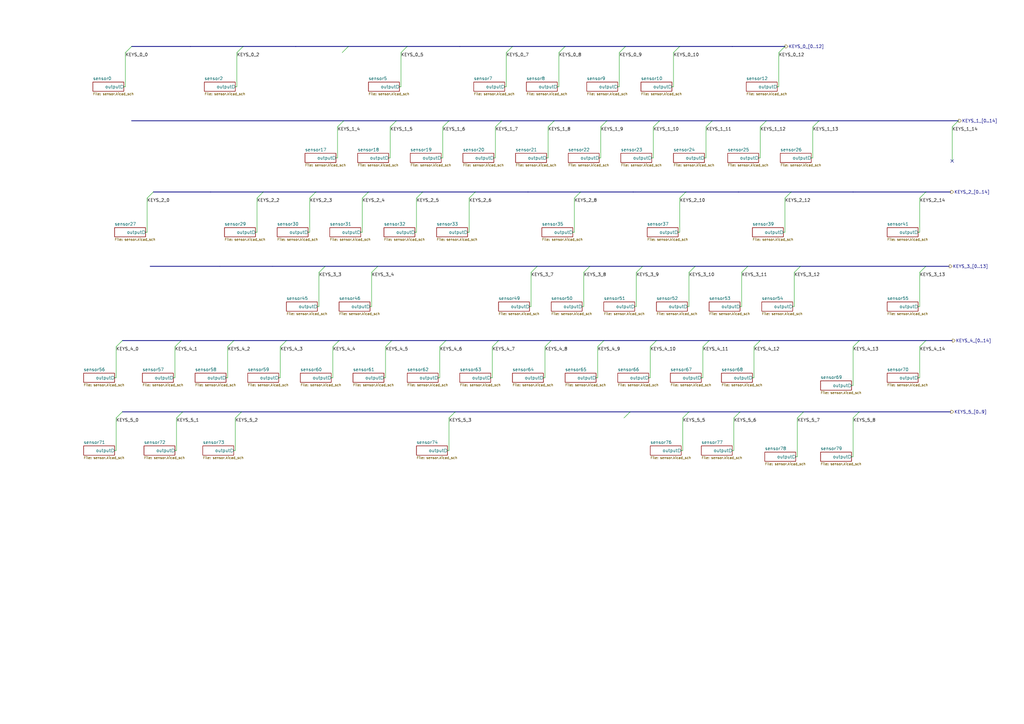
<source format=kicad_sch>
(kicad_sch (version 20230121) (generator eeschema)
  (paper "A3")
  (title_block (title "MoonBoard"))
  (lib_symbols)
  (no_connect (at 390.525 66.04))
  (bus_entry (at 60.325 81.28) (size 2.54 -2.54))
  (bus_entry (at 223.52 142.24) (size 2.54 -2.54))
  (bus_entry (at 377.19 111.76) (size 2.54 -2.54))
  (bus_entry (at 207.645 21.59) (size 2.54 -2.54))
  (bus_entry (at 130.81 111.76) (size 2.54 -2.54))
  (bus_entry (at 390.525 52.07) (size 2.54 -2.54))
  (bus_entry (at 96.52 171.45) (size 2.54 -2.54))
  (bus_entry (at 266.7 142.24) (size 2.54 -2.54))
  (bus_entry (at 349.885 142.24) (size 2.54 -2.54))
  (bus_entry (at 276.225 21.59) (size 2.54 -2.54))
  (bus_entry (at 180.34 142.24) (size 2.54 -2.54))
  (bus_entry (at 136.525 142.24) (size 2.54 -2.54))
  (bus_entry (at 50.165 139.7) (size -2.54 2.54))
  (bus_entry (at 267.97 52.07) (size 2.54 -2.54))
  (bus_entry (at 114.935 142.24) (size 2.54 -2.54))
  (bus_entry (at 224.79 52.07) (size 2.54 -2.54))
  (bus_entry (at 319.405 21.59) (size 2.54 -2.54))
  (bus_entry (at 300.99 171.45) (size 2.54 -2.54))
  (bus_entry (at 97.155 21.59) (size 2.54 -2.54))
  (bus_entry (at 201.93 142.24) (size 2.54 -2.54))
  (bus_entry (at 288.29 142.24) (size 2.54 -2.54))
  (bus_entry (at 280.035 171.45) (size 2.54 -2.54))
  (bus_entry (at 245.11 142.24) (size 2.54 -2.54))
  (bus_entry (at 377.19 142.24) (size 2.54 -2.54))
  (bus_entry (at 152.4 111.76) (size 2.54 -2.54))
  (bus_entry (at 333.375 52.07) (size 2.54 -2.54))
  (bus_entry (at 309.245 142.24) (size 2.54 -2.54))
  (bus_entry (at 311.785 52.07) (size 2.54 -2.54))
  (bus_entry (at 181.61 52.07) (size 2.54 -2.54))
  (bus_entry (at 235.585 81.28) (size 2.54 -2.54))
  (bus_entry (at 349.885 171.45) (size 2.54 -2.54))
  (bus_entry (at 304.165 111.76) (size 2.54 -2.54))
  (bus_entry (at 148.59 81.28) (size 2.54 -2.54))
  (bus_entry (at 164.465 21.59) (size 2.54 -2.54))
  (bus_entry (at 184.15 171.45) (size 2.54 -2.54))
  (bus_entry (at 327.025 171.45) (size 2.54 -2.54))
  (bus_entry (at 127 81.28) (size 2.54 -2.54))
  (bus_entry (at 140.335 21.59) (size 2.54 -2.54))
  (bus_entry (at 47.625 171.45) (size 2.54 -2.54))
  (bus_entry (at 72.39 171.45) (size 2.54 -2.54))
  (bus_entry (at 321.945 81.28) (size 2.54 -2.54))
  (bus_entry (at 192.405 81.28) (size 2.54 -2.54))
  (bus_entry (at 377.19 81.28) (size 2.54 -2.54))
  (bus_entry (at 51.435 21.59) (size 2.54 -2.54))
  (bus_entry (at 138.43 52.07) (size 2.54 -2.54))
  (bus_entry (at 239.395 111.76) (size 2.54 -2.54))
  (bus_entry (at 229.235 21.59) (size 2.54 -2.54))
  (bus_entry (at 278.765 81.28) (size 2.54 -2.54))
  (bus_entry (at 93.345 142.24) (size 2.54 -2.54))
  (bus_entry (at 282.575 111.76) (size 2.54 -2.54))
  (bus_entry (at 217.805 111.76) (size 2.54 -2.54))
  (bus_entry (at 160.02 52.07) (size 2.54 -2.54))
  (bus_entry (at 325.755 111.76) (size 2.54 -2.54))
  (bus_entry (at 254 21.59) (size 2.54 -2.54))
  (bus_entry (at 105.41 81.28) (size 2.54 -2.54))
  (bus_entry (at 260.985 111.76) (size 2.54 -2.54))
  (bus_entry (at 71.755 142.24) (size 2.54 -2.54))
  (bus_entry (at 203.2 52.07) (size 2.54 -2.54))
  (bus_entry (at 289.56 52.07) (size 2.54 -2.54))
  (bus_entry (at 158.115 142.24) (size 2.54 -2.54))
  (bus_entry (at 246.38 52.07) (size 2.54 -2.54))
  (bus_entry (at 170.815 81.28) (size 2.54 -2.54))
  (bus_entry (at 255.905 171.45) (size 2.54 -2.54))
  (wire (pts (xy 229.235 21.59) (xy 229.235 35.56)))
  (wire (pts (xy 300.99 184.785) (xy 300.99 171.45)))
  (bus (pts (xy 352.425 168.91) (xy 389.89 168.91)))
  (bus (pts (xy 133.35 109.22) (xy 154.94 109.22)))
  (bus (pts (xy 226.06 139.7) (xy 247.65 139.7)))
  (wire (pts (xy 349.25 158.115) (xy 349.885 158.115)))
  (wire (pts (xy 326.39 187.325) (xy 327.025 187.325)))
  (bus (pts (xy 194.945 78.74) (xy 216.535 78.74)))
  (wire (pts (xy 114.3 154.94) (xy 114.935 154.94)))
  (wire (pts (xy 223.52 154.94) (xy 223.52 142.24)))
  (bus (pts (xy 329.565 168.91) (xy 303.53 168.91)))
  (wire (pts (xy 224.155 64.77) (xy 224.79 64.77)))
  (bus (pts (xy 303.53 168.91) (xy 282.575 168.91)))
  (wire (pts (xy 201.93 154.94) (xy 201.93 142.24)))
  (wire (pts (xy 47.625 142.24) (xy 47.625 154.94)))
  (wire (pts (xy 234.95 95.25) (xy 235.585 95.25)))
  (wire (pts (xy 96.52 184.785) (xy 96.52 171.45)))
  (bus (pts (xy 324.485 78.74) (xy 349.885 78.74)))
  (wire (pts (xy 280.035 184.785) (xy 280.035 171.45)))
  (bus (pts (xy 248.92 49.53) (xy 270.51 49.53)))
  (wire (pts (xy 105.41 81.28) (xy 105.41 95.25)))
  (wire (pts (xy 158.115 154.94) (xy 158.115 142.24)))
  (bus (pts (xy 121.285 19.05) (xy 142.875 19.05)))
  (wire (pts (xy 180.975 64.77) (xy 181.61 64.77)))
  (wire (pts (xy 228.6 35.56) (xy 229.235 35.56)))
  (bus (pts (xy 278.765 19.05) (xy 300.355 19.05)))
  (wire (pts (xy 224.79 64.77) (xy 224.79 52.07)))
  (wire (pts (xy 152.4 111.76) (xy 152.4 125.73)))
  (wire (pts (xy 246.38 52.07) (xy 246.38 64.77)))
  (wire (pts (xy 267.335 64.77) (xy 267.97 64.77)))
  (wire (pts (xy 147.955 95.25) (xy 148.59 95.25)))
  (bus (pts (xy 86.36 78.74) (xy 107.95 78.74)))
  (bus (pts (xy 231.775 19.05) (xy 256.54 19.05)))
  (bus (pts (xy 281.305 78.74) (xy 302.895 78.74)))
  (bus (pts (xy 111.76 109.22) (xy 133.35 109.22)))
  (wire (pts (xy 376.555 125.73) (xy 377.19 125.73)))
  (wire (pts (xy 376.555 95.25) (xy 377.19 95.25)))
  (bus (pts (xy 263.525 109.22) (xy 285.115 109.22)))
  (wire (pts (xy 46.99 154.94) (xy 47.625 154.94)))
  (wire (pts (xy 222.885 154.94) (xy 223.52 154.94)))
  (wire (pts (xy 321.945 95.25) (xy 321.945 81.28)))
  (wire (pts (xy 180.34 154.94) (xy 180.34 142.24)))
  (wire (pts (xy 203.2 64.77) (xy 203.2 52.07)))
  (wire (pts (xy 95.885 184.785) (xy 96.52 184.785)))
  (bus (pts (xy 53.975 49.53) (xy 140.97 49.53)))
  (wire (pts (xy 275.59 35.56) (xy 276.225 35.56)))
  (wire (pts (xy 170.815 95.25) (xy 170.815 81.28)))
  (wire (pts (xy 311.785 52.07) (xy 311.785 64.77)))
  (wire (pts (xy 282.575 111.76) (xy 282.575 125.73)))
  (bus (pts (xy 90.17 109.22) (xy 111.76 109.22)))
  (bus (pts (xy 62.865 78.74) (xy 86.36 78.74)))
  (bus (pts (xy 256.54 19.05) (xy 278.765 19.05)))
  (wire (pts (xy 245.745 64.77) (xy 246.38 64.77)))
  (wire (pts (xy 253.365 35.56) (xy 254 35.56)))
  (bus (pts (xy 74.93 168.91) (xy 50.165 168.91)))
  (bus (pts (xy 300.355 19.05) (xy 321.945 19.05)))
  (wire (pts (xy 159.385 64.77) (xy 160.02 64.77)))
  (wire (pts (xy 97.155 21.59) (xy 97.155 35.56)))
  (wire (pts (xy 184.15 184.785) (xy 184.15 171.45)))
  (wire (pts (xy 127 95.25) (xy 127 81.28)))
  (bus (pts (xy 216.535 78.74) (xy 238.125 78.74)))
  (wire (pts (xy 349.885 158.115) (xy 349.885 142.24)))
  (wire (pts (xy 349.885 171.45) (xy 349.885 187.325)))
  (wire (pts (xy 276.225 21.59) (xy 276.225 35.56)))
  (bus (pts (xy 160.655 139.7) (xy 182.88 139.7)))
  (wire (pts (xy 183.515 184.785) (xy 184.15 184.785)))
  (bus (pts (xy 290.83 139.7) (xy 311.785 139.7)))
  (wire (pts (xy 114.935 154.94) (xy 114.935 142.24)))
  (bus (pts (xy 162.56 49.53) (xy 184.15 49.53)))
  (bus (pts (xy 349.885 78.74) (xy 379.73 78.74)))
  (wire (pts (xy 279.4 184.785) (xy 280.035 184.785)))
  (wire (pts (xy 148.59 81.28) (xy 148.59 95.25)))
  (wire (pts (xy 93.345 154.94) (xy 93.345 142.24)))
  (wire (pts (xy 327.025 171.45) (xy 327.025 187.325)))
  (bus (pts (xy 99.695 19.05) (xy 121.285 19.05)))
  (wire (pts (xy 50.8 35.56) (xy 51.435 35.56)))
  (wire (pts (xy 235.585 95.25) (xy 235.585 81.28)))
  (wire (pts (xy 151.765 125.73) (xy 152.4 125.73)))
  (bus (pts (xy 117.475 139.7) (xy 139.065 139.7)))
  (bus (pts (xy 74.295 139.7) (xy 95.885 139.7)))
  (wire (pts (xy 288.925 64.77) (xy 289.56 64.77)))
  (wire (pts (xy 164.465 21.59) (xy 164.465 35.56)))
  (bus (pts (xy 184.15 49.53) (xy 205.74 49.53)))
  (wire (pts (xy 72.39 184.785) (xy 72.39 171.45)))
  (bus (pts (xy 220.345 109.22) (xy 241.935 109.22)))
  (bus (pts (xy 95.885 139.7) (xy 117.475 139.7)))
  (bus (pts (xy 302.895 78.74) (xy 324.485 78.74)))
  (wire (pts (xy 135.89 154.94) (xy 136.525 154.94)))
  (bus (pts (xy 258.445 168.91) (xy 186.69 168.91)))
  (wire (pts (xy 278.765 95.25) (xy 278.765 81.28)))
  (wire (pts (xy 192.405 95.25) (xy 192.405 81.28)))
  (wire (pts (xy 332.74 64.77) (xy 333.375 64.77)))
  (wire (pts (xy 170.18 95.25) (xy 170.815 95.25)))
  (wire (pts (xy 303.53 125.73) (xy 304.165 125.73)))
  (wire (pts (xy 217.805 111.76) (xy 217.805 125.73)))
  (bus (pts (xy 227.33 49.53) (xy 248.92 49.53)))
  (wire (pts (xy 207.01 35.56) (xy 207.645 35.56)))
  (wire (pts (xy 136.525 154.94) (xy 136.525 142.24)))
  (bus (pts (xy 282.575 168.91) (xy 258.445 168.91)))
  (wire (pts (xy 104.775 95.25) (xy 105.41 95.25)))
  (bus (pts (xy 78.105 19.05) (xy 99.695 19.05)))
  (bus (pts (xy 186.69 168.91) (xy 99.06 168.91)))
  (wire (pts (xy 51.435 21.59) (xy 51.435 35.56)))
  (bus (pts (xy 238.125 78.74) (xy 259.715 78.74)))
  (wire (pts (xy 266.065 154.94) (xy 266.7 154.94)))
  (bus (pts (xy 129.54 78.74) (xy 151.13 78.74)))
  (wire (pts (xy 390.525 66.04) (xy 390.525 52.07)))
  (wire (pts (xy 130.175 125.73) (xy 130.81 125.73)))
  (bus (pts (xy 139.065 139.7) (xy 160.655 139.7)))
  (wire (pts (xy 278.13 95.25) (xy 278.765 95.25)))
  (bus (pts (xy 151.13 78.74) (xy 173.355 78.74)))
  (wire (pts (xy 377.19 111.76) (xy 377.19 125.73)))
  (bus (pts (xy 210.185 19.05) (xy 231.775 19.05)))
  (wire (pts (xy 239.395 111.76) (xy 239.395 125.73)))
  (wire (pts (xy 266.7 154.94) (xy 266.7 142.24)))
  (bus (pts (xy 142.875 19.05) (xy 167.005 19.05)))
  (bus (pts (xy 379.73 139.7) (xy 390.525 139.7)))
  (bus (pts (xy 352.425 139.7) (xy 379.73 139.7)))
  (bus (pts (xy 173.355 78.74) (xy 194.945 78.74)))
  (wire (pts (xy 311.15 64.77) (xy 311.785 64.77)))
  (bus (pts (xy 379.73 109.22) (xy 389.255 109.22)))
  (bus (pts (xy 352.425 168.91) (xy 329.565 168.91)))
  (bus (pts (xy 311.785 139.7) (xy 352.425 139.7)))
  (wire (pts (xy 304.165 125.73) (xy 304.165 111.76)))
  (wire (pts (xy 92.71 154.94) (xy 93.345 154.94)))
  (bus (pts (xy 285.115 109.22) (xy 306.705 109.22)))
  (wire (pts (xy 281.94 125.73) (xy 282.575 125.73)))
  (bus (pts (xy 188.595 19.05) (xy 210.185 19.05)))
  (wire (pts (xy 238.76 125.73) (xy 239.395 125.73)))
  (bus (pts (xy 61.595 109.22) (xy 90.17 109.22)))
  (bus (pts (xy 167.005 19.05) (xy 188.595 19.05)))
  (bus (pts (xy 140.97 49.53) (xy 162.56 49.53)))
  (bus (pts (xy 182.88 139.7) (xy 204.47 139.7)))
  (bus (pts (xy 205.74 49.53) (xy 227.33 49.53)))
  (wire (pts (xy 319.405 21.59) (xy 319.405 35.56)))
  (wire (pts (xy 96.52 35.56) (xy 97.155 35.56)))
  (bus (pts (xy 259.715 78.74) (xy 281.305 78.74)))
  (wire (pts (xy 309.245 154.94) (xy 309.245 142.24)))
  (wire (pts (xy 60.325 81.28) (xy 60.325 95.25)))
  (bus (pts (xy 314.325 49.53) (xy 335.915 49.53)))
  (bus (pts (xy 107.95 78.74) (xy 129.54 78.74)))
  (bus (pts (xy 335.915 49.53) (xy 393.065 49.53)))
  (bus (pts (xy 328.295 109.22) (xy 379.73 109.22)))
  (wire (pts (xy 288.29 142.24) (xy 288.29 154.94)))
  (wire (pts (xy 137.795 64.77) (xy 138.43 64.77)))
  (wire (pts (xy 201.295 154.94) (xy 201.93 154.94)))
  (wire (pts (xy 126.365 95.25) (xy 127 95.25)))
  (bus (pts (xy 241.935 109.22) (xy 263.525 109.22)))
  (wire (pts (xy 308.61 154.94) (xy 309.245 154.94)))
  (wire (pts (xy 260.985 125.73) (xy 260.985 111.76)))
  (wire (pts (xy 179.705 154.94) (xy 180.34 154.94)))
  (wire (pts (xy 71.755 154.94) (xy 71.755 142.24)))
  (wire (pts (xy 202.565 64.77) (xy 203.2 64.77)))
  (bus (pts (xy 247.65 139.7) (xy 269.24 139.7)))
  (bus (pts (xy 204.47 139.7) (xy 226.06 139.7)))
  (wire (pts (xy 207.645 21.59) (xy 207.645 35.56)))
  (wire (pts (xy 130.81 111.76) (xy 130.81 125.73)))
  (wire (pts (xy 321.31 95.25) (xy 321.945 95.25)))
  (wire (pts (xy 191.77 95.25) (xy 192.405 95.25)))
  (wire (pts (xy 245.11 142.24) (xy 245.11 154.94)))
  (bus (pts (xy 270.51 49.53) (xy 292.1 49.53)))
  (wire (pts (xy 377.19 81.28) (xy 377.19 95.25)))
  (bus (pts (xy 269.24 139.7) (xy 290.83 139.7)))
  (wire (pts (xy 260.35 125.73) (xy 260.985 125.73)))
  (wire (pts (xy 333.375 52.07) (xy 333.375 64.77)))
  (bus (pts (xy 379.73 78.74) (xy 389.89 78.74)))
  (wire (pts (xy 325.12 125.73) (xy 325.755 125.73)))
  (wire (pts (xy 300.355 184.785) (xy 300.99 184.785)))
  (bus (pts (xy 53.975 19.05) (xy 78.105 19.05)))
  (wire (pts (xy 163.83 35.56) (xy 164.465 35.56)))
  (wire (pts (xy 217.17 125.73) (xy 217.805 125.73)))
  (wire (pts (xy 289.56 52.07) (xy 289.56 64.77)))
  (wire (pts (xy 59.69 95.25) (xy 60.325 95.25)))
  (wire (pts (xy 267.97 52.07) (xy 267.97 64.77)))
  (wire (pts (xy 138.43 64.77) (xy 138.43 52.07)))
  (bus (pts (xy 99.06 168.91) (xy 74.93 168.91)))
  (wire (pts (xy 157.48 154.94) (xy 158.115 154.94)))
  (wire (pts (xy 47.625 184.785) (xy 47.625 171.45)))
  (wire (pts (xy 71.755 184.785) (xy 72.39 184.785)))
  (bus (pts (xy 154.94 109.22) (xy 220.345 109.22)))
  (wire (pts (xy 254 21.59) (xy 254 35.56)))
  (wire (pts (xy 318.77 35.56) (xy 319.405 35.56)))
  (wire (pts (xy 376.555 154.94) (xy 377.19 154.94)))
  (bus (pts (xy 306.705 109.22) (xy 328.295 109.22)))
  (wire (pts (xy 349.25 187.325) (xy 349.885 187.325)))
  (wire (pts (xy 287.655 154.94) (xy 288.29 154.94)))
  (wire (pts (xy 181.61 64.77) (xy 181.61 52.07)))
  (wire (pts (xy 71.12 154.94) (xy 71.755 154.94)))
  (wire (pts (xy 325.755 125.73) (xy 325.755 111.76)))
  (bus (pts (xy 50.165 139.7) (xy 74.295 139.7)))
  (wire (pts (xy 46.99 184.785) (xy 47.625 184.785)))
  (wire (pts (xy 160.02 64.77) (xy 160.02 52.07)))
  (bus (pts (xy 292.1 49.53) (xy 314.325 49.53)))
  (wire (pts (xy 244.475 154.94) (xy 245.11 154.94)))
  (wire (pts (xy 377.19 154.94) (xy 377.19 142.24)))
  (label "KEYS_4_7" (at 201.93 144.145 0))
  (label "KEYS_5_1" (at 72.39 173.355 0))
  (label "KEYS_0_0" (at 51.435 23.495 0))
  (label "KEYS_0_5" (at 164.465 23.495 0))
  (label "KEYS_3_8" (at 239.395 113.665 0))
  (label "KEYS_5_5" (at 280.035 173.355 0))
  (label "KEYS_4_1" (at 71.755 144.145 0))
  (label "KEYS_4_6" (at 180.34 144.145 0))
  (label "KEYS_2_4" (at 148.59 83.185 0))
  (label "KEYS_1_12" (at 311.785 53.975 0))
  (label "KEYS_5_8" (at 349.885 173.355 0))
  (label "KEYS_3_11" (at 304.165 113.665 0))
  (label "KEYS_1_13" (at 333.375 53.975 0))
  (label "KEYS_2_10" (at 278.765 83.185 0))
  (label "KEYS_5_2" (at 96.52 173.355 0))
  (label "KEYS_3_13" (at 377.19 113.665 0))
  (label "KEYS_3_10" (at 282.575 113.665 0))
  (label "KEYS_4_11" (at 288.29 144.145 0))
  (label "KEYS_0_2" (at 97.155 23.495 0))
  (label "KEYS_1_11" (at 289.56 53.975 0))
  (label "KEYS_2_6" (at 192.405 83.185 0))
  (label "KEYS_1_14" (at 390.525 53.975 0))
  (label "KEYS_3_7" (at 217.805 113.665 0))
  (label "KEYS_5_3" (at 184.15 173.355 0))
  (label "KEYS_4_13" (at 349.885 144.145 0))
  (label "KEYS_1_9" (at 246.38 53.975 0))
  (label "KEYS_3_12" (at 325.755 113.665 0))
  (label "KEYS_0_9" (at 254 23.495 0))
  (label "KEYS_3_9" (at 260.985 113.665 0))
  (label "KEYS_2_8" (at 235.585 83.185 0))
  (label "KEYS_2_3" (at 127 83.185 0))
  (label "KEYS_2_0" (at 60.325 83.185 0))
  (label "KEYS_4_4" (at 136.525 144.145 0))
  (label "KEYS_1_5" (at 160.02 53.975 0))
  (label "KEYS_0_7" (at 207.645 23.495 0))
  (label "KEYS_1_10" (at 267.97 53.975 0))
  (label "KEYS_4_14" (at 377.19 144.145 0))
  (label "KEYS_4_2" (at 93.345 144.145 0))
  (label "KEYS_5_7" (at 327.025 173.355 0))
  (label "KEYS_4_5" (at 158.115 144.145 0))
  (label "KEYS_4_12" (at 309.245 144.145 0))
  (label "KEYS_4_8" (at 223.52 144.145 0))
  (label "KEYS_1_4" (at 138.43 53.975 0))
  (label "KEYS_1_6" (at 181.61 53.975 0))
  (label "KEYS_2_14" (at 377.19 83.185 0))
  (label "KEYS_4_0" (at 47.625 144.145 0))
  (label "KEYS_0_8" (at 229.235 23.495 0))
  (label "KEYS_0_12" (at 319.405 23.495 0))
  (label "KEYS_1_7" (at 203.2 53.975 0))
  (label "KEYS_5_0" (at 47.625 173.355 0))
  (label "KEYS_3_4" (at 152.4 113.665 0))
  (label "KEYS_4_9" (at 245.11 144.145 0))
  (label "KEYS_5_6" (at 300.99 173.355 0))
  (label "KEYS_0_10" (at 276.225 23.495 0))
  (label "KEYS_4_10" (at 266.7 144.145 0))
  (label "KEYS_2_12" (at 321.945 83.185 0))
  (label "KEYS_1_8" (at 224.79 53.975 0))
  (label "KEYS_2_2" (at 105.41 83.185 0))
  (label "KEYS_2_5" (at 170.815 83.185 0))
  (label "KEYS_4_3" (at 114.935 144.145 0))
  (label "KEYS_3_3" (at 130.81 113.665 0))
  (hierarchical_label "KEYS_0_[0..12]" (shape output) (at 321.945 19.05 0))
  (hierarchical_label "KEYS_5_[0..9]" (shape output) (at 389.89 168.91 0))
  (hierarchical_label "KEYS_2_[0..14]" (shape output) (at 389.89 78.74 0))
  (hierarchical_label "KEYS_1_[0..14]" (shape output) (at 393.065 49.53 0))
  (hierarchical_label "KEYS_3_[0..13]" (shape output) (at 389.255 109.22 0))
  (hierarchical_label "KEYS_4_[0..14]" (shape output) (at 390.525 139.7 0))
  (sheet (at 146.685 62.865) (size 12.7 3.81) (stroke (width 0.1524))
    (property "Sheetname" "sensor18" (at 146.685 62.1534 0) (effects (justify left bottom)))
    (property "Sheetfile" "sensor.kicad_sch" (at 146.685 67.1516 0) (effects (font (size 1 1)) (justify left top)))
    (pin "output" output (at 159.385 64.77 0))
  )
  (sheet (at 59.055 182.88) (size 12.7 3.81) (stroke (width 0.1524))
    (property "Sheetname" "sensor72" (at 59.055 182.1684 0) (effects (justify left bottom)))
    (property "Sheetfile" "sensor.kicad_sch" (at 59.055 187.1666 0) (effects (font (size 1 1)) (justify left top)))
    (pin "output" output (at 71.755 184.785 0))
  )
  (sheet (at 117.475 123.825) (size 12.7 3.81) (stroke (width 0.1524))
    (property "Sheetname" "sensor45" (at 117.475 123.1134 0) (effects (justify left bottom)))
    (property "Sheetfile" "sensor.kicad_sch" (at 117.475 128.1116 0) (effects (font (size 1 1)) (justify left top)))
    (pin "output" output (at 130.175 125.73 0))
  )
  (sheet (at 92.075 93.345) (size 12.7 3.81) (stroke (width 0.1524))
    (property "Sheetname" "sensor29" (at 92.075 92.6334 0) (effects (justify left bottom)))
    (property "Sheetfile" "sensor.kicad_sch" (at 92.075 97.6316 0) (effects (font (size 1 1)) (justify left top)))
    (pin "output" output (at 104.775 95.25 0))
  )
  (sheet (at 336.55 185.42) (size 12.7 3.81) (stroke (width 0.1524))
    (property "Sheetname" "sensor79" (at 336.55 184.7084 0) (effects (justify left bottom)))
    (property "Sheetfile" "sensor.kicad_sch" (at 336.55 189.7066 0) (effects (font (size 1 1)) (justify left top)))
    (pin "output" output (at 349.25 187.325 0))
  )
  (sheet (at 269.24 123.825) (size 12.7 3.81) (stroke (width 0.1524))
    (property "Sheetname" "sensor52" (at 269.24 123.1134 0) (effects (justify left bottom)))
    (property "Sheetfile" "sensor.kicad_sch" (at 269.24 128.1116 0) (effects (font (size 1 1)) (justify left top)))
    (pin "output" output (at 281.94 125.73 0))
  )
  (sheet (at 276.225 62.865) (size 12.7 3.81) (stroke (width 0.1524))
    (property "Sheetname" "sensor24" (at 276.225 62.1534 0) (effects (justify left bottom)))
    (property "Sheetfile" "sensor.kicad_sch" (at 276.225 67.1516 0) (effects (font (size 1 1)) (justify left top)))
    (pin "output" output (at 288.925 64.77 0))
  )
  (sheet (at 266.7 182.88) (size 12.7 3.81) (stroke (width 0.1524))
    (property "Sheetname" "sensor76" (at 266.7 182.1684 0) (effects (justify left bottom)))
    (property "Sheetfile" "sensor.kicad_sch" (at 266.7 187.1666 0) (effects (font (size 1 1)) (justify left top)))
    (pin "output" output (at 279.4 184.785 0))
  )
  (sheet (at 306.07 33.655) (size 12.7 3.81) (stroke (width 0.1524))
    (property "Sheetname" "sensor12" (at 306.07 32.9434 0) (effects (justify left bottom)))
    (property "Sheetfile" "sensor.kicad_sch" (at 306.07 37.9416 0) (effects (font (size 1 1)) (justify left top)))
    (pin "output" output (at 318.77 35.56 0))
  )
  (sheet (at 308.61 93.345) (size 12.7 3.81) (stroke (width 0.1524))
    (property "Sheetname" "sensor39" (at 308.61 92.6334 0) (effects (justify left bottom)))
    (property "Sheetfile" "sensor.kicad_sch" (at 308.61 97.6316 0) (effects (font (size 1 1)) (justify left top)))
    (pin "output" output (at 321.31 95.25 0))
  )
  (sheet (at 320.04 62.865) (size 12.7 3.81) (stroke (width 0.1524))
    (property "Sheetname" "sensor26" (at 320.04 62.1534 0) (effects (justify left bottom)))
    (property "Sheetfile" "sensor.kicad_sch" (at 320.04 67.1516 0) (effects (font (size 1 1)) (justify left top)))
    (pin "output" output (at 332.74 64.77 0))
  )
  (sheet (at 222.25 93.345) (size 12.7 3.81) (stroke (width 0.1524))
    (property "Sheetname" "sensor35" (at 222.25 92.6334 0) (effects (justify left bottom)))
    (property "Sheetfile" "sensor.kicad_sch" (at 222.25 97.6316 0) (effects (font (size 1 1)) (justify left top)))
    (pin "output" output (at 234.95 95.25 0))
  )
  (sheet (at 215.9 33.655) (size 12.7 3.81) (stroke (width 0.1524))
    (property "Sheetname" "sensor8" (at 215.9 32.9434 0) (effects (justify left bottom)))
    (property "Sheetfile" "sensor.kicad_sch" (at 215.9 37.9416 0) (effects (font (size 1 1)) (justify left top)))
    (pin "output" output (at 228.6 35.56 0))
  )
  (sheet (at 38.1 33.655) (size 12.7 3.81) (stroke (width 0.1524))
    (property "Sheetname" "sensor0" (at 38.1 32.9434 0) (effects (justify left bottom)))
    (property "Sheetfile" "sensor.kicad_sch" (at 38.1 37.9416 0) (effects (font (size 1 1)) (justify left top)))
    (pin "output" output (at 50.8 35.56 0))
  )
  (sheet (at 233.045 62.865) (size 12.7 3.81) (stroke (width 0.1524))
    (property "Sheetname" "sensor22" (at 233.045 62.1534 0) (effects (justify left bottom)))
    (property "Sheetfile" "sensor.kicad_sch" (at 233.045 67.1516 0) (effects (font (size 1 1)) (justify left top)))
    (pin "output" output (at 245.745 64.77 0))
  )
  (sheet (at 312.42 123.825) (size 12.7 3.81) (stroke (width 0.1524))
    (property "Sheetname" "sensor54" (at 312.42 123.1134 0) (effects (justify left bottom)))
    (property "Sheetfile" "sensor.kicad_sch" (at 312.42 128.1116 0) (effects (font (size 1 1)) (justify left top)))
    (pin "output" output (at 325.12 125.73 0))
  )
  (sheet (at 80.01 153.035) (size 12.7 3.81) (stroke (width 0.1524))
    (property "Sheetname" "sensor58" (at 80.01 152.3234 0) (effects (justify left bottom)))
    (property "Sheetfile" "sensor.kicad_sch" (at 80.01 157.3216 0) (effects (font (size 1 1)) (justify left top)))
    (pin "output" output (at 92.71 154.94 0))
  )
  (sheet (at 274.955 153.035) (size 12.7 3.81) (stroke (width 0.1524))
    (property "Sheetname" "sensor67" (at 274.955 152.3234 0) (effects (justify left bottom)))
    (property "Sheetfile" "sensor.kicad_sch" (at 274.955 157.3216 0) (effects (font (size 1 1)) (justify left top)))
    (pin "output" output (at 287.655 154.94 0))
  )
  (sheet (at 363.855 153.035) (size 12.7 3.81) (stroke (width 0.1524))
    (property "Sheetname" "sensor70" (at 363.855 152.3234 0) (effects (justify left bottom)))
    (property "Sheetfile" "sensor.kicad_sch" (at 363.855 157.3216 0) (effects (font (size 1 1)) (justify left top)))
    (pin "output" output (at 376.555 154.94 0))
  )
  (sheet (at 363.855 93.345) (size 12.7 3.81) (stroke (width 0.1524))
    (property "Sheetname" "sensor41" (at 363.855 92.6334 0) (effects (justify left bottom)))
    (property "Sheetfile" "sensor.kicad_sch" (at 363.855 97.6316 0) (effects (font (size 1 1)) (justify left top)))
    (pin "output" output (at 376.555 95.25 0))
  )
  (sheet (at 189.865 62.865) (size 12.7 3.81) (stroke (width 0.1524))
    (property "Sheetname" "sensor20" (at 189.865 62.1534 0) (effects (justify left bottom)))
    (property "Sheetfile" "sensor.kicad_sch" (at 189.865 67.1516 0) (effects (font (size 1 1)) (justify left top)))
    (pin "output" output (at 202.565 64.77 0))
  )
  (sheet (at 58.42 153.035) (size 12.7 3.81) (stroke (width 0.1524))
    (property "Sheetname" "sensor57" (at 58.42 152.3234 0) (effects (justify left bottom)))
    (property "Sheetfile" "sensor.kicad_sch" (at 58.42 157.3216 0) (effects (font (size 1 1)) (justify left top)))
    (pin "output" output (at 71.12 154.94 0))
  )
  (sheet (at 254.635 62.865) (size 12.7 3.81) (stroke (width 0.1524))
    (property "Sheetname" "sensor23" (at 254.635 62.1534 0) (effects (justify left bottom)))
    (property "Sheetfile" "sensor.kicad_sch" (at 254.635 67.1516 0) (effects (font (size 1 1)) (justify left top)))
    (pin "output" output (at 267.335 64.77 0))
  )
  (sheet (at 139.065 123.825) (size 12.7 3.81) (stroke (width 0.1524))
    (property "Sheetname" "sensor46" (at 139.065 123.1134 0) (effects (justify left bottom)))
    (property "Sheetfile" "sensor.kicad_sch" (at 139.065 128.1116 0) (effects (font (size 1 1)) (justify left top)))
    (pin "output" output (at 151.765 125.73 0))
  )
  (sheet (at 168.275 62.865) (size 12.7 3.81) (stroke (width 0.1524))
    (property "Sheetname" "sensor19" (at 168.275 62.1534 0) (effects (justify left bottom)))
    (property "Sheetfile" "sensor.kicad_sch" (at 168.275 67.1516 0) (effects (font (size 1 1)) (justify left top)))
    (pin "output" output (at 180.975 64.77 0))
  )
  (sheet (at 125.095 62.865) (size 12.7 3.81) (stroke (width 0.1524))
    (property "Sheetname" "sensor17" (at 125.095 62.1534 0) (effects (justify left bottom)))
    (property "Sheetfile" "sensor.kicad_sch" (at 125.095 67.1516 0) (effects (font (size 1 1)) (justify left top)))
    (pin "output" output (at 137.795 64.77 0))
  )
  (sheet (at 179.07 93.345) (size 12.7 3.81) (stroke (width 0.1524))
    (property "Sheetname" "sensor33" (at 179.07 92.6334 0) (effects (justify left bottom)))
    (property "Sheetfile" "sensor.kicad_sch" (at 179.07 97.6316 0) (effects (font (size 1 1)) (justify left top)))
    (pin "output" output (at 191.77 95.25 0))
  )
  (sheet (at 83.82 33.655) (size 12.7 3.81) (stroke (width 0.1524))
    (property "Sheetname" "sensor2" (at 83.82 32.9434 0) (effects (justify left bottom)))
    (property "Sheetfile" "sensor.kicad_sch" (at 83.82 37.9416 0) (effects (font (size 1 1)) (justify left top)))
    (pin "output" output (at 96.52 35.56 0))
  )
  (sheet (at 194.31 33.655) (size 12.7 3.81) (stroke (width 0.1524))
    (property "Sheetname" "sensor7" (at 194.31 32.9434 0) (effects (justify left bottom)))
    (property "Sheetfile" "sensor.kicad_sch" (at 194.31 37.9416 0) (effects (font (size 1 1)) (justify left top)))
    (pin "output" output (at 207.01 35.56 0))
  )
  (sheet (at 287.655 182.88) (size 12.7 3.81) (stroke (width 0.1524))
    (property "Sheetname" "sensor77" (at 287.655 182.1684 0) (effects (justify left bottom)))
    (property "Sheetfile" "sensor.kicad_sch" (at 287.655 187.1666 0) (effects (font (size 1 1)) (justify left top)))
    (pin "output" output (at 300.355 184.785 0))
  )
  (sheet (at 210.185 153.035) (size 12.7 3.81) (stroke (width 0.1524))
    (property "Sheetname" "sensor64" (at 210.185 152.3234 0) (effects (justify left bottom)))
    (property "Sheetfile" "sensor.kicad_sch" (at 210.185 157.3216 0) (effects (font (size 1 1)) (justify left top)))
    (pin "output" output (at 222.885 154.94 0))
  )
  (sheet (at 247.65 123.825) (size 12.7 3.81) (stroke (width 0.1524))
    (property "Sheetname" "sensor51" (at 247.65 123.1134 0) (effects (justify left bottom)))
    (property "Sheetfile" "sensor.kicad_sch" (at 247.65 128.1116 0) (effects (font (size 1 1)) (justify left top)))
    (pin "output" output (at 260.35 125.73 0))
  )
  (sheet (at 101.6 153.035) (size 12.7 3.81) (stroke (width 0.1524))
    (property "Sheetname" "sensor59" (at 101.6 152.3234 0) (effects (justify left bottom)))
    (property "Sheetfile" "sensor.kicad_sch" (at 101.6 157.3216 0) (effects (font (size 1 1)) (justify left top)))
    (pin "output" output (at 114.3 154.94 0))
  )
  (sheet (at 204.47 123.825) (size 12.7 3.81) (stroke (width 0.1524))
    (property "Sheetname" "sensor49" (at 204.47 123.1134 0) (effects (justify left bottom)))
    (property "Sheetfile" "sensor.kicad_sch" (at 204.47 128.1116 0) (effects (font (size 1 1)) (justify left top)))
    (pin "output" output (at 217.17 125.73 0))
  )
  (sheet (at 265.43 93.345) (size 12.7 3.81) (stroke (width 0.1524))
    (property "Sheetname" "sensor37" (at 265.43 92.6334 0) (effects (justify left bottom)))
    (property "Sheetfile" "sensor.kicad_sch" (at 265.43 97.6316 0) (effects (font (size 1 1)) (justify left top)))
    (pin "output" output (at 278.13 95.25 0))
  )
  (sheet (at 123.19 153.035) (size 12.7 3.81) (stroke (width 0.1524))
    (property "Sheetname" "sensor60" (at 123.19 152.3234 0) (effects (justify left bottom)))
    (property "Sheetfile" "sensor.kicad_sch" (at 123.19 157.3216 0) (effects (font (size 1 1)) (justify left top)))
    (pin "output" output (at 135.89 154.94 0))
  )
  (sheet (at 113.665 93.345) (size 12.7 3.81) (stroke (width 0.1524))
    (property "Sheetname" "sensor30" (at 113.665 92.6334 0) (effects (justify left bottom)))
    (property "Sheetfile" "sensor.kicad_sch" (at 113.665 97.6316 0) (effects (font (size 1 1)) (justify left top)))
    (pin "output" output (at 126.365 95.25 0))
  )
  (sheet (at 363.855 123.825) (size 12.7 3.81) (stroke (width 0.1524))
    (property "Sheetname" "sensor55" (at 363.855 123.1134 0) (effects (justify left bottom)))
    (property "Sheetfile" "sensor.kicad_sch" (at 363.855 128.1116 0) (effects (font (size 1 1)) (justify left top)))
    (pin "output" output (at 376.555 125.73 0))
  )
  (sheet (at 170.815 182.88) (size 12.7 3.81) (stroke (width 0.1524))
    (property "Sheetname" "sensor74" (at 170.815 182.1684 0) (effects (justify left bottom)))
    (property "Sheetfile" "sensor.kicad_sch" (at 170.815 187.1666 0) (effects (font (size 1 1)) (justify left top)))
    (pin "output" output (at 183.515 184.785 0))
  )
  (sheet (at 295.91 153.035) (size 12.7 3.81) (stroke (width 0.1524))
    (property "Sheetname" "sensor68" (at 295.91 152.3234 0) (effects (justify left bottom)))
    (property "Sheetfile" "sensor.kicad_sch" (at 295.91 157.3216 0) (effects (font (size 1 1)) (justify left top)))
    (pin "output" output (at 308.61 154.94 0))
  )
  (sheet (at 313.69 185.42) (size 12.7 3.81) (stroke (width 0.1524))
    (property "Sheetname" "sensor78" (at 313.69 184.7084 0) (effects (justify left bottom)))
    (property "Sheetfile" "sensor.kicad_sch" (at 313.69 189.7066 0) (effects (font (size 1 1)) (justify left top)))
    (pin "output" output (at 326.39 187.325 0))
  )
  (sheet (at 167.005 153.035) (size 12.7 3.81) (stroke (width 0.1524))
    (property "Sheetname" "sensor62" (at 167.005 152.3234 0) (effects (justify left bottom)))
    (property "Sheetfile" "sensor.kicad_sch" (at 167.005 157.3216 0) (effects (font (size 1 1)) (justify left top)))
    (pin "output" output (at 179.705 154.94 0))
  )
  (sheet (at 290.83 123.825) (size 12.7 3.81) (stroke (width 0.1524))
    (property "Sheetname" "sensor53" (at 290.83 123.1134 0) (effects (justify left bottom)))
    (property "Sheetfile" "sensor.kicad_sch" (at 290.83 128.1116 0) (effects (font (size 1 1)) (justify left top)))
    (pin "output" output (at 303.53 125.73 0))
  )
  (sheet (at 46.99 93.345) (size 12.7 3.81) (stroke (width 0.1524))
    (property "Sheetname" "sensor27" (at 46.99 92.6334 0) (effects (justify left bottom)))
    (property "Sheetfile" "sensor.kicad_sch" (at 46.99 97.6316 0) (effects (font (size 1 1)) (justify left top)))
    (pin "output" output (at 59.69 95.25 0))
  )
  (sheet (at 34.29 182.88) (size 12.7 3.81) (stroke (width 0.1524))
    (property "Sheetname" "sensor71" (at 34.29 182.1684 0) (effects (justify left bottom)))
    (property "Sheetfile" "sensor.kicad_sch" (at 34.29 187.1666 0) (effects (font (size 1 1)) (justify left top)))
    (pin "output" output (at 46.99 184.785 0))
  )
  (sheet (at 253.365 153.035) (size 12.7 3.81) (stroke (width 0.1524))
    (property "Sheetname" "sensor66" (at 253.365 152.3234 0) (effects (justify left bottom)))
    (property "Sheetfile" "sensor.kicad_sch" (at 253.365 157.3216 0) (effects (font (size 1 1)) (justify left top)))
    (pin "output" output (at 266.065 154.94 0))
  )
  (sheet (at 298.45 62.865) (size 12.7 3.81) (stroke (width 0.1524))
    (property "Sheetname" "sensor25" (at 298.45 62.1534 0) (effects (justify left bottom)))
    (property "Sheetfile" "sensor.kicad_sch" (at 298.45 67.1516 0) (effects (font (size 1 1)) (justify left top)))
    (pin "output" output (at 311.15 64.77 0))
  )
  (sheet (at 83.185 182.88) (size 12.7 3.81) (stroke (width 0.1524))
    (property "Sheetname" "sensor73" (at 83.185 182.1684 0) (effects (justify left bottom)))
    (property "Sheetfile" "sensor.kicad_sch" (at 83.185 187.1666 0) (effects (font (size 1 1)) (justify left top)))
    (pin "output" output (at 95.885 184.785 0))
  )
  (sheet (at 157.48 93.345) (size 12.7 3.81) (stroke (width 0.1524))
    (property "Sheetname" "sensor32" (at 157.48 92.6334 0) (effects (justify left bottom)))
    (property "Sheetfile" "sensor.kicad_sch" (at 157.48 97.6316 0) (effects (font (size 1 1)) (justify left top)))
    (pin "output" output (at 170.18 95.25 0))
  )
  (sheet (at 262.89 33.655) (size 12.7 3.81) (stroke (width 0.1524))
    (property "Sheetname" "sensor10" (at 262.89 32.9434 0) (effects (justify left bottom)))
    (property "Sheetfile" "sensor.kicad_sch" (at 262.89 37.9416 0) (effects (font (size 1 1)) (justify left top)))
    (pin "output" output (at 275.59 35.56 0))
  )
  (sheet (at 151.13 33.655) (size 12.7 3.81) (stroke (width 0.1524))
    (property "Sheetname" "sensor5" (at 151.13 32.9434 0) (effects (justify left bottom)))
    (property "Sheetfile" "sensor.kicad_sch" (at 151.13 37.9416 0) (effects (font (size 1 1)) (justify left top)))
    (pin "output" output (at 163.83 35.56 0))
  )
  (sheet (at 188.595 153.035) (size 12.7 3.81) (stroke (width 0.1524))
    (property "Sheetname" "sensor63" (at 188.595 152.3234 0) (effects (justify left bottom)))
    (property "Sheetfile" "sensor.kicad_sch" (at 188.595 157.3216 0) (effects (font (size 1 1)) (justify left top)))
    (pin "output" output (at 201.295 154.94 0))
  )
  (sheet (at 336.55 156.21) (size 12.7 3.81) (stroke (width 0.1524))
    (property "Sheetname" "sensor69" (at 336.55 155.4984 0) (effects (justify left bottom)))
    (property "Sheetfile" "sensor.kicad_sch" (at 336.55 160.4966 0) (effects (font (size 1 1)) (justify left top)))
    (pin "output" output (at 349.25 158.115 0))
  )
  (sheet (at 231.775 153.035) (size 12.7 3.81) (stroke (width 0.1524))
    (property "Sheetname" "sensor65" (at 231.775 152.3234 0) (effects (justify left bottom)))
    (property "Sheetfile" "sensor.kicad_sch" (at 231.775 157.3216 0) (effects (font (size 1 1)) (justify left top)))
    (pin "output" output (at 244.475 154.94 0))
  )
  (sheet (at 34.29 153.035) (size 12.7 3.81) (stroke (width 0.1524))
    (property "Sheetname" "sensor56" (at 34.29 152.3234 0) (effects (justify left bottom)))
    (property "Sheetfile" "sensor.kicad_sch" (at 34.29 157.3216 0) (effects (font (size 1 1)) (justify left top)))
    (pin "output" output (at 46.99 154.94 0))
  )
  (sheet (at 135.255 93.345) (size 12.7 3.81) (stroke (width 0.1524))
    (property "Sheetname" "sensor31" (at 135.255 92.6334 0) (effects (justify left bottom)))
    (property "Sheetfile" "sensor.kicad_sch" (at 135.255 97.6316 0) (effects (font (size 1 1)) (justify left top)))
    (pin "output" output (at 147.955 95.25 0))
  )
  (sheet (at 226.06 123.825) (size 12.7 3.81) (stroke (width 0.1524))
    (property "Sheetname" "sensor50" (at 226.06 123.1134 0) (effects (justify left bottom)))
    (property "Sheetfile" "sensor.kicad_sch" (at 226.06 128.1116 0) (effects (font (size 1 1)) (justify left top)))
    (pin "output" output (at 238.76 125.73 0))
  )
  (sheet (at 144.78 153.035) (size 12.7 3.81) (stroke (width 0.1524))
    (property "Sheetname" "sensor61" (at 144.78 152.3234 0) (effects (justify left bottom)))
    (property "Sheetfile" "sensor.kicad_sch" (at 144.78 157.3216 0) (effects (font (size 1 1)) (justify left top)))
    (pin "output" output (at 157.48 154.94 0))
  )
  (sheet (at 240.665 33.655) (size 12.7 3.81) (stroke (width 0.1524))
    (property "Sheetname" "sensor9" (at 240.665 32.9434 0) (effects (justify left bottom)))
    (property "Sheetfile" "sensor.kicad_sch" (at 240.665 37.9416 0) (effects (font (size 1 1)) (justify left top)))
    (pin "output" output (at 253.365 35.56 0))
  )
  (sheet (at 211.455 62.865) (size 12.7 3.81) (stroke (width 0.1524))
    (property "Sheetname" "sensor21" (at 211.455 62.1534 0) (effects (justify left bottom)))
    (property "Sheetfile" "sensor.kicad_sch" (at 211.455 67.1516 0) (effects (font (size 1 1)) (justify left top)))
    (pin "output" output (at 224.155 64.77 0))
  )
)
</source>
